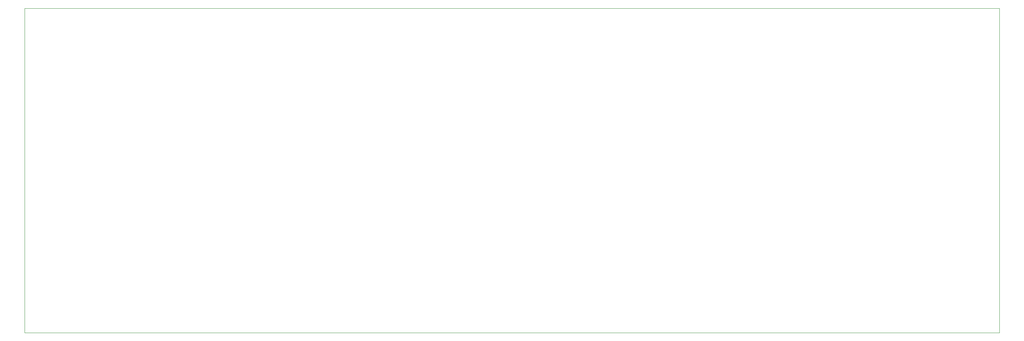
<source format=gm1>
%TF.GenerationSoftware,KiCad,Pcbnew,6.0.3-a3aad9c10e~116~ubuntu21.10.1*%
%TF.CreationDate,2022-03-19T20:14:59+00:00*%
%TF.ProjectId,PCB,5043422e-6b69-4636-9164-5f7063625858,rev?*%
%TF.SameCoordinates,Original*%
%TF.FileFunction,Profile,NP*%
%FSLAX46Y46*%
G04 Gerber Fmt 4.6, Leading zero omitted, Abs format (unit mm)*
G04 Created by KiCad (PCBNEW 6.0.3-a3aad9c10e~116~ubuntu21.10.1) date 2022-03-19 20:14:59*
%MOMM*%
%LPD*%
G01*
G04 APERTURE LIST*
%TA.AperFunction,Profile*%
%ADD10C,0.100000*%
%TD*%
G04 APERTURE END LIST*
D10*
X36520000Y-61440000D02*
X264520000Y-61440000D01*
X264520000Y-61440000D02*
X264520000Y-137440000D01*
X264520000Y-137440000D02*
X36520000Y-137440000D01*
X36520000Y-137440000D02*
X36520000Y-61440000D01*
M02*

</source>
